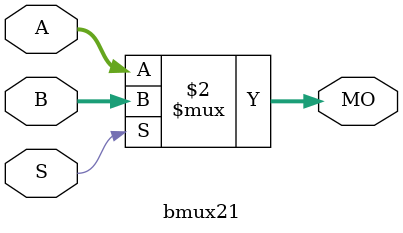
<source format=v>
module bmux21 (MO,
               A,
               B,
               S);
    input [10:0] A, B;
    input S;
    output [10:0] MO; 
    assign MO = (S == 1) ? B : A; 
endmodule
</source>
